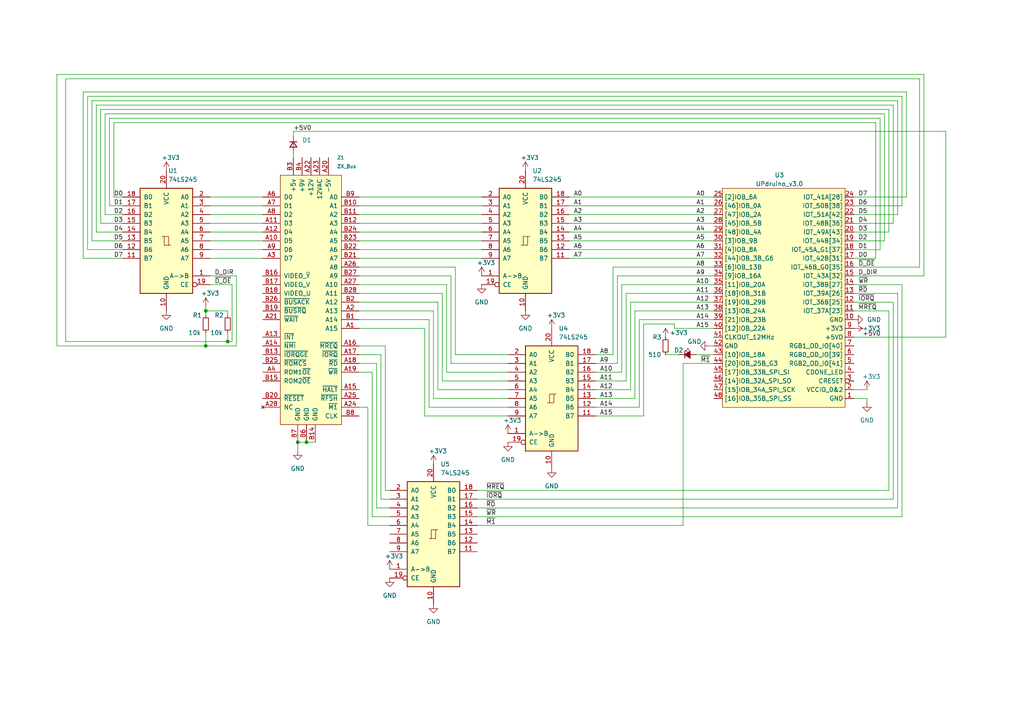
<source format=kicad_sch>
(kicad_sch (version 20211123) (generator eeschema)
  (paper "A4")
  (lib_symbols
    (symbol "74xx:74LS245" (pin_names (offset 1.016))
      (property "Reference" "U" (at -7.62 16.51 0))
      (property "Value" "74LS245" (at -7.62 -16.51 0))
      (symbol "74LS245_1_0"
        (polyline (pts (xy -0.635 -1.27) (xy -0.635 1.27) (xy 0.635 1.27)))
        (polyline (pts (xy -1.27 -1.27) (xy 0.635 -1.27) (xy 0.635 1.27) (xy 1.27 1.27)))
        (pin input line (at -12.7 -10.16 0) (length 5.08) (name "A->B") (number "1"))
        (pin power_in line (at 0 -20.32 90) (length 5.08) (name "GND") (number "10"))
        (pin tri_state line (at 12.7 -5.08 180) (length 5.08) (name "B7") (number "11"))
        (pin tri_state line (at 12.7 -2.54 180) (length 5.08) (name "B6") (number "12"))
        (pin tri_state line (at 12.7 0 180) (length 5.08) (name "B5") (number "13"))
        (pin tri_state line (at 12.7 2.54 180) (length 5.08) (name "B4") (number "14"))
        (pin tri_state line (at 12.7 5.08 180) (length 5.08) (name "B3") (number "15"))
        (pin tri_state line (at 12.7 7.62 180) (length 5.08) (name "B2") (number "16"))
        (pin tri_state line (at 12.7 10.16 180) (length 5.08) (name "B1") (number "17"))
        (pin tri_state line (at 12.7 12.7 180) (length 5.08) (name "B0") (number "18"))
        (pin input inverted (at -12.7 -12.7 0) (length 5.08) (name "CE") (number "19"))
        (pin tri_state line (at -12.7 12.7 0) (length 5.08) (name "A0") (number "2"))
        (pin power_in line (at 0 20.32 270) (length 5.08) (name "VCC") (number "20"))
        (pin tri_state line (at -12.7 10.16 0) (length 5.08) (name "A1") (number "3"))
        (pin tri_state line (at -12.7 7.62 0) (length 5.08) (name "A2") (number "4"))
        (pin tri_state line (at -12.7 5.08 0) (length 5.08) (name "A3") (number "5"))
        (pin tri_state line (at -12.7 2.54 0) (length 5.08) (name "A4") (number "6"))
        (pin tri_state line (at -12.7 0 0) (length 5.08) (name "A5") (number "7"))
        (pin tri_state line (at -12.7 -2.54 0) (length 5.08) (name "A6") (number "8"))
        (pin tri_state line (at -12.7 -5.08 0) (length 5.08) (name "A7") (number "9"))
      )
      (symbol "74LS245_1_1"
        (rectangle (start -7.62 15.24) (end 7.62 -15.24) (stroke (width 0.254)) (fill (type background)))
      )
    )
    (symbol "Device:D_Small" (pin_numbers hide) (pin_names (offset 0.254) hide)
      (property "Reference" "D" (at -1.27 2.032 0))
      (property "Value" "D_Small" (at -3.81 -2.032 0))
      (symbol "D_Small_0_1"
        (polyline (pts (xy -0.762 -1.016) (xy -0.762 1.016)) (stroke (width 0.254)))
        (polyline (pts (xy -0.762 0) (xy 0.762 0)))
        (polyline (pts (xy 0.762 -1.016) (xy -0.762 0) (xy 0.762 1.016) (xy 0.762 -1.016)) (stroke (width 0.254)))
      )
      (symbol "D_Small_1_1"
        (pin passive line (at -2.54 0 0) (length 1.778) (name "K") (number "1"))
        (pin passive line (at 2.54 0 180) (length 1.778) (name "A") (number "2"))
      )
    )
    (symbol "Device:LED_Small_Filled" (pin_numbers hide) (pin_names (offset 0.254) hide)
      (property "Reference" "D" (at -1.27 3.175 0))
      (property "Value" "LED_Small_Filled" (at -4.445 -2.54 0))
      (symbol "LED_Small_Filled_0_1"
        (polyline (pts (xy -0.762 -1.016) (xy -0.762 1.016)) (stroke (width 0.254)))
        (polyline (pts (xy 1.016 0) (xy -0.762 0)))
        (polyline (pts (xy 0.762 -1.016) (xy -0.762 0) (xy 0.762 1.016) (xy 0.762 -1.016)) (stroke (width 0.254)) (fill (type outline)))
        (polyline (pts (xy 0 0.762) (xy -0.508 1.27) (xy -0.254 1.27) (xy -0.508 1.27) (xy -0.508 1.016)))
        (polyline (pts (xy 0.508 1.27) (xy 0 1.778) (xy 0.254 1.778) (xy 0 1.778) (xy 0 1.524)))
      )
      (symbol "LED_Small_Filled_1_1"
        (pin passive line (at -2.54 0 0) (length 1.778) (name "K") (number "1"))
        (pin passive line (at 2.54 0 180) (length 1.778) (name "A") (number "2"))
      )
    )
    (symbol "Device:R_Small" (pin_numbers hide) (pin_names (offset 0.254) hide)
      (property "Reference" "R" (at 0.762 0.508 0))
      (property "Value" "R_Small" (at 0.762 -1.016 0))
      (symbol "R_Small_0_1"
        (rectangle (start -0.762 1.778) (end 0.762 -1.778) (stroke (width 0.2032)))
      )
      (symbol "R_Small_1_1"
        (pin passive line (at 0 2.54 270) (length 0.762) (name "~") (number "1"))
        (pin passive line (at 0 -2.54 90) (length 0.762) (name "~") (number "2"))
      )
    )
    (symbol "level_shifter:UPdruino_v3.0" (in_bom no)
      (property "Reference" "U3" (at -1.27 54.61 0))
      (property "Value" "UPdruino_v3.0" (at -1.27 50.8 0))
      (symbol "UPdruino_v3.0_0_1"
        (rectangle (start -17.78 10.16) (end 17.78 -53.34) (fill (type background)))
      )
      (symbol "UPdruino_v3.0_1_1"
        (pin power_in line (at -20.32 7.62 0) (length 2.54) (name "GND") (number "1"))
        (pin power_in line (at -20.32 -15.24 0) (length 2.54) (name "GND") (number "10"))
        (pin bidirectional line (at -20.32 -17.78 0) (length 2.54) (name "IOT_37A[23]") (number "11"))
        (pin bidirectional line (at -20.32 -20.32 0) (length 2.54) (name "IOT_36B[25]") (number "12"))
        (pin bidirectional line (at -20.32 -22.86 0) (length 2.54) (name "IOT_39A[26]") (number "13"))
        (pin bidirectional line (at -20.32 -25.4 0) (length 2.54) (name "IOT_38B[27]") (number "14"))
        (pin bidirectional line (at -20.32 -27.94 0) (length 2.54) (name "IOT_43A[32]") (number "15"))
        (pin bidirectional line (at -20.32 -30.48 0) (length 2.54) (name "IOT_46B_G0[35]") (number "16"))
        (pin bidirectional line (at -20.32 -33.02 0) (length 2.54) (name "IOT_42B[31]") (number "17"))
        (pin bidirectional line (at -20.32 -35.56 0) (length 2.54) (name "IOT_45A_G1[37]") (number "18"))
        (pin bidirectional line (at -20.32 -38.1 0) (length 2.54) (name "IOT_44B[34]") (number "19"))
        (pin power_in line (at -20.32 5.08 0) (length 2.54) (name "VCCIO_0&2") (number "2"))
        (pin bidirectional line (at -20.32 -40.64 0) (length 2.54) (name "IOT_49A[43]") (number "20"))
        (pin bidirectional line (at -20.32 -43.18 0) (length 2.54) (name "IOT_48B[36]") (number "21"))
        (pin bidirectional line (at -20.32 -45.72 0) (length 2.54) (name "IOT_51A[42]") (number "22"))
        (pin bidirectional line (at -20.32 -48.26 0) (length 2.54) (name "IOT_50B[38]") (number "23"))
        (pin bidirectional line (at -20.32 -50.8 0) (length 2.54) (name "IOT_41A[28]") (number "24"))
        (pin bidirectional line (at 20.32 -50.8 180) (length 2.54) (name "[2]IOB_6A") (number "25"))
        (pin bidirectional line (at 20.32 -48.26 180) (length 2.54) (name "[46]IOB_0A") (number "26"))
        (pin bidirectional line (at 20.32 -45.72 180) (length 2.54) (name "[47]IOB_2A") (number "27"))
        (pin bidirectional line (at 20.32 -43.18 180) (length 2.54) (name "[45]IOB_5B") (number "28"))
        (pin bidirectional line (at 20.32 -40.64 180) (length 2.54) (name "[48]IOB_4A") (number "29"))
        (pin input inverted (at -20.32 2.54 0) (length 2.54) (name "CRESET") (number "3"))
        (pin bidirectional line (at 20.32 -38.1 180) (length 2.54) (name "[3]IOB_9B") (number "30"))
        (pin bidirectional line (at 20.32 -35.56 180) (length 2.54) (name "[4]IOB_8A") (number "31"))
        (pin bidirectional line (at 20.32 -33.02 180) (length 2.54) (name "[44]IOB_3B_G6") (number "32"))
        (pin bidirectional line (at 20.32 -30.48 180) (length 2.54) (name "[6]IOB_13B") (number "33"))
        (pin bidirectional line (at 20.32 -27.94 180) (length 2.54) (name "[9]IOB_16A") (number "34"))
        (pin bidirectional line (at 20.32 -25.4 180) (length 2.54) (name "[11]IOB_20A") (number "35"))
        (pin bidirectional line (at 20.32 -22.86 180) (length 2.54) (name "[18]IOB_31B") (number "36"))
        (pin bidirectional line (at 20.32 -20.32 180) (length 2.54) (name "[19]IOB_29B") (number "37"))
        (pin bidirectional line (at 20.32 -17.78 180) (length 2.54) (name "[13]IOB_24A") (number "38"))
        (pin bidirectional line (at 20.32 -15.24 180) (length 2.54) (name "[21]IOB_23B") (number "39"))
        (pin output line (at -20.32 0 0) (length 2.54) (name "CDONE_LED") (number "4"))
        (pin bidirectional line (at 20.32 -12.7 180) (length 2.54) (name "[12]IOB_22A") (number "40"))
        (pin output line (at 20.32 -10.16 180) (length 2.54) (name "CLKOUT_12MHz") (number "41"))
        (pin power_in line (at 20.32 -7.62 180) (length 2.54) (name "GND") (number "42"))
        (pin bidirectional line (at 20.32 -5.08 180) (length 2.54) (name "[10]IOB_18A") (number "43"))
        (pin bidirectional line (at 20.32 -2.54 180) (length 2.54) (name "[20]IOB_25B_G3") (number "44"))
        (pin bidirectional line (at 20.32 0 180) (length 2.54) (name "[17]IOB_33B_SPI_SI") (number "45"))
        (pin bidirectional line (at 20.32 2.54 180) (length 2.54) (name "[14]IOB_32A_SPI_SO") (number "46"))
        (pin bidirectional line (at 20.32 5.08 180) (length 2.54) (name "[15]IOB_34A_SPI_SCK") (number "47"))
        (pin bidirectional line (at 20.32 7.62 180) (length 2.54) (name "[16]IOB_35B_SPI_SS") (number "48"))
        (pin bidirectional line (at -20.32 -2.54 0) (length 2.54) (name "RGB2_OD_IO[41]") (number "5"))
        (pin bidirectional line (at -20.32 -5.08 0) (length 2.54) (name "RGB0_OD_IO[39]") (number "6"))
        (pin bidirectional line (at -20.32 -7.62 0) (length 2.54) (name "RGB1_OD_IO[40]") (number "7"))
        (pin power_in line (at -20.32 -10.16 0) (length 2.54) (name "+5VD") (number "8"))
        (pin power_out line (at -20.32 -12.7 0) (length 2.54) (name "+3V3") (number "9"))
      )
    )
    (symbol "level_shifter:ZX_Bus" (pin_names (offset 1.016))
      (property "Reference" "Z1" (at 7.62 60.96 0))
      (property "Value" "ZX_Bus" (at 6.35 58.42 0))
      (symbol "ZX_Bus_0_0"
        (rectangle (start 0 82.55) (end 17.78 10.16) (fill (type background)))
      )
      (symbol "ZX_Bus_1_1"
        (pin output line (at -5.08 38.1 0) (length 5.08) (name "A15") (number "A1"))
        (pin bidirectional line (at 22.86 63.5 180) (length 5.08) (name "D5") (number "A10"))
        (pin bidirectional line (at 22.86 68.58 180) (length 5.08) (name "D3") (number "A11"))
        (pin bidirectional line (at 22.86 66.04 180) (length 5.08) (name "D4") (number "A12"))
        (pin input line (at 22.86 35.56 180) (length 5.08) (name "~{INT}") (number "A13"))
        (pin input line (at 22.86 33.02 180) (length 5.08) (name "~{NMI}") (number "A14"))
        (pin output line (at -5.08 20.32 0) (length 5.08) (name "~{HALT}") (number "A15"))
        (pin output line (at -5.08 33.02 0) (length 5.08) (name "~{MREQ}") (number "A16"))
        (pin output line (at -5.08 30.48 0) (length 5.08) (name "~{IORQ}") (number "A17"))
        (pin output line (at -5.08 27.94 0) (length 5.08) (name "~{RD}") (number "A18"))
        (pin output line (at -5.08 25.4 0) (length 5.08) (name "~{WR}") (number "A19"))
        (pin output line (at -5.08 43.18 0) (length 5.08) (name "A13") (number "A2"))
        (pin power_out line (at 3.81 87.63 270) (length 5.08) (name "-5V") (number "A20"))
        (pin input line (at 22.86 40.64 180) (length 5.08) (name "~{WAIT}") (number "A21"))
        (pin power_out line (at 8.89 87.63 270) (length 5.08) (name "+12V") (number "A22"))
        (pin power_out line (at 6.35 87.63 270) (length 5.08) (name "12VAC") (number "A23"))
        (pin output line (at -5.08 15.24 0) (length 5.08) (name "~{M1}") (number "A24"))
        (pin output line (at -5.08 17.78 0) (length 5.08) (name "~{RFSH}") (number "A25"))
        (pin output line (at -5.08 55.88 0) (length 5.08) (name "A8") (number "A26"))
        (pin output line (at -5.08 50.8 0) (length 5.08) (name "A10") (number "A27"))
        (pin no_connect line (at 22.86 15.24 180) (length 5.08) (name "NC") (number "A28"))
        (pin bidirectional line (at 22.86 58.42 180) (length 5.08) (name "D7") (number "A3"))
        (pin input line (at 22.86 25.4 180) (length 5.08) (name "ROM1~{OE}") (number "A4"))
        (pin bidirectional line (at 22.86 76.2 180) (length 5.08) (name "D0") (number "A6"))
        (pin bidirectional line (at 22.86 73.66 180) (length 5.08) (name "D1") (number "A7"))
        (pin bidirectional line (at 22.86 71.12 180) (length 5.08) (name "D2") (number "A8"))
        (pin bidirectional line (at 22.86 60.96 180) (length 5.08) (name "D6") (number "A9"))
        (pin output line (at -5.08 40.64 0) (length 5.08) (name "A14") (number "B1"))
        (pin output line (at -5.08 73.66 0) (length 5.08) (name "A1") (number "B10"))
        (pin output line (at -5.08 71.12 0) (length 5.08) (name "A2") (number "B11"))
        (pin output line (at -5.08 68.58 0) (length 5.08) (name "A3") (number "B12"))
        (pin input line (at 22.86 30.48 180) (length 5.08) (name "~{IORQGE}") (number "B13"))
        (pin power_in line (at 7.62 5.08 90) (length 5.08) (name "GND") (number "B14"))
        (pin input line (at 22.86 22.86 180) (length 5.08) (name "ROM2~{OE}") (number "B15"))
        (pin output line (at 22.86 53.34 180) (length 5.08) (name "VIDEO_~{Y}") (number "B16"))
        (pin output line (at 22.86 50.8 180) (length 5.08) (name "VIDEO_V") (number "B17"))
        (pin output line (at 22.86 48.26 180) (length 5.08) (name "VIDEO_U") (number "B18"))
        (pin input line (at 22.86 43.18 180) (length 5.08) (name "~{BUSRQ}") (number "B19"))
        (pin output line (at -5.08 45.72 0) (length 5.08) (name "A12") (number "B2"))
        (pin input line (at 22.86 17.78 180) (length 5.08) (name "~{RESET}") (number "B20"))
        (pin output line (at -5.08 58.42 0) (length 5.08) (name "A7") (number "B21"))
        (pin output line (at -5.08 60.96 0) (length 5.08) (name "A6") (number "B22"))
        (pin output line (at -5.08 63.5 0) (length 5.08) (name "A5") (number "B23"))
        (pin output line (at -5.08 66.04 0) (length 5.08) (name "A4") (number "B24"))
        (pin input line (at 22.86 27.94 180) (length 5.08) (name "~{ROMCS}") (number "B25"))
        (pin output line (at 22.86 45.72 180) (length 5.08) (name "~{BUSACK}") (number "B26"))
        (pin output line (at -5.08 53.34 0) (length 5.08) (name "A9") (number "B27"))
        (pin output line (at -5.08 48.26 0) (length 5.08) (name "A11") (number "B28"))
        (pin power_out line (at 13.97 87.63 270) (length 5.08) (name "+5v") (number "B3"))
        (pin power_out line (at 11.43 87.63 270) (length 5.08) (name "+9V") (number "B4"))
        (pin power_out line (at 10.16 5.08 90) (length 5.08) (name "GND") (number "B6"))
        (pin power_in line (at 12.7 5.08 90) (length 5.08) (name "GND") (number "B7"))
        (pin output line (at -5.08 12.7 0) (length 5.08) (name "CLK") (number "B8"))
        (pin output line (at -5.08 76.2 0) (length 5.08) (name "A0") (number "B9"))
      )
    )
    (symbol "power:+3V3" (power) (pin_names (offset 0))
      (property "Value" "+3V3" (at 0 3.556 0))
      (symbol "+3V3_0_1"
        (polyline (pts (xy -0.762 1.27) (xy 0 2.54)))
        (polyline (pts (xy 0 0) (xy 0 2.54)))
        (polyline (pts (xy 0 2.54) (xy 0.762 1.27)))
      )
      (symbol "+3V3_1_1"
        (pin power_in line (at 0 0 90) (length 0) hide (name "+3V3") (number "1"))
      )
    )
    (symbol "power:GND" (power) (pin_names (offset 0))
      (property "Value" "GND" (at 0 -3.81 0))
      (symbol "GND_0_1"
        (polyline (pts (xy 0 0) (xy 0 -1.27) (xy 1.27 -1.27) (xy 0 -2.54) (xy -1.27 -1.27) (xy 0 -1.27)))
      )
      (symbol "GND_1_1"
        (pin power_in line (at 0 0 270) (length 0) hide (name "GND") (number "1"))
      )
    )
  )
  (junction (at 59.69 90.17))
  (junction (at 88.9 128.27))
  (junction (at 86.36 128.27))
  (junction (at 59.69 100.33))
  (junction (at 66.04 99.06))
  (wire (pts (xy 130.81 80.01) (xy 104.14 80.01)))
  (wire (pts (xy 104.14 105.41) (xy 109.22 105.41)))
  (wire (pts (xy 172.72 118.11) (xy 185.42 118.11)))
  (wire (pts (xy 67.31 99.06) (xy 66.04 99.06)))
  (wire (pts (xy 107.95 107.95) (xy 107.95 149.86)))
  (wire (pts (xy 207.01 100.33) (xy 205.74 100.33)))
  (wire (pts (xy 60.96 64.77) (xy 76.2 64.77)))
  (wire (pts (xy 104.14 118.11) (xy 106.68 118.11)))
  (wire (pts (xy 104.14 85.09) (xy 128.27 85.09)))
  (wire (pts (xy 104.14 59.69) (xy 139.7 59.69)))
  (wire (pts (xy 19.05 22.86) (xy 266.7 22.86)))
  (wire (pts (xy 179.07 80.01) (xy 207.01 80.01)))
  (wire (pts (xy 60.96 62.23) (xy 76.2 62.23)))
  (wire (pts (xy 85.09 44.45) (xy 85.09 45.72)))
  (wire (pts (xy 165.1 74.93) (xy 207.01 74.93)))
  (wire (pts (xy 30.48 33.02) (xy 256.54 33.02)))
  (wire (pts (xy 247.65 62.23) (xy 260.35 62.23)))
  (wire (pts (xy 261.62 149.86) (xy 261.62 82.55)))
  (wire (pts (xy 106.68 152.4) (xy 113.03 152.4)))
  (wire (pts (xy 31.75 59.69) (xy 31.75 34.29)))
  (wire (pts (xy 181.61 110.49) (xy 181.61 85.09)))
  (wire (pts (xy 247.65 113.03) (xy 251.46 113.03)))
  (wire (pts (xy 177.8 102.87) (xy 177.8 77.47)))
  (wire (pts (xy 60.96 74.93) (xy 76.2 74.93)))
  (wire (pts (xy 180.34 82.55) (xy 207.01 82.55)))
  (wire (pts (xy 29.21 31.75) (xy 257.81 31.75)))
  (wire (pts (xy 138.43 144.78) (xy 259.08 144.78)))
  (wire (pts (xy 59.69 88.9) (xy 59.69 90.17)))
  (wire (pts (xy 104.14 107.95) (xy 107.95 107.95)))
  (wire (pts (xy 60.96 57.15) (xy 76.2 57.15)))
  (wire (pts (xy 165.1 59.69) (xy 207.01 59.69)))
  (wire (pts (xy 247.65 57.15) (xy 262.89 57.15)))
  (wire (pts (xy 257.81 142.24) (xy 257.81 90.17)))
  (wire (pts (xy 172.72 120.65) (xy 186.69 120.65)))
  (wire (pts (xy 195.58 93.98) (xy 195.58 95.25)))
  (wire (pts (xy 172.72 105.41) (xy 179.07 105.41)))
  (wire (pts (xy 172.72 110.49) (xy 181.61 110.49)))
  (wire (pts (xy 247.65 97.79) (xy 274.32 97.79)))
  (wire (pts (xy 104.14 77.47) (xy 132.08 77.47)))
  (wire (pts (xy 147.32 105.41) (xy 130.81 105.41)))
  (wire (pts (xy 66.04 96.52) (xy 66.04 99.06)))
  (wire (pts (xy 111.76 100.33) (xy 111.76 142.24)))
  (wire (pts (xy 184.15 90.17) (xy 207.01 90.17)))
  (wire (pts (xy 259.08 87.63) (xy 247.65 87.63)))
  (wire (pts (xy 182.88 87.63) (xy 207.01 87.63)))
  (wire (pts (xy 165.1 64.77) (xy 207.01 64.77)))
  (wire (pts (xy 247.65 67.31) (xy 257.81 67.31)))
  (wire (pts (xy 88.9 128.27) (xy 91.44 128.27)))
  (wire (pts (xy 104.14 64.77) (xy 139.7 64.77)))
  (wire (pts (xy 60.96 67.31) (xy 76.2 67.31)))
  (wire (pts (xy 185.42 92.71) (xy 207.01 92.71)))
  (wire (pts (xy 185.42 118.11) (xy 185.42 92.71)))
  (wire (pts (xy 260.35 29.21) (xy 260.35 62.23)))
  (wire (pts (xy 247.65 59.69) (xy 261.62 59.69)))
  (wire (pts (xy 60.96 72.39) (xy 76.2 72.39)))
  (wire (pts (xy 186.69 93.98) (xy 186.69 120.65)))
  (wire (pts (xy 35.56 57.15) (xy 33.02 57.15)))
  (wire (pts (xy 124.46 118.11) (xy 147.32 118.11)))
  (wire (pts (xy 138.43 152.4) (xy 198.12 152.4)))
  (wire (pts (xy 172.72 113.03) (xy 182.88 113.03)))
  (wire (pts (xy 25.4 27.94) (xy 261.62 27.94)))
  (wire (pts (xy 35.56 67.31) (xy 27.94 67.31)))
  (wire (pts (xy 260.35 85.09) (xy 247.65 85.09)))
  (wire (pts (xy 33.02 35.56) (xy 254 35.56)))
  (wire (pts (xy 124.46 92.71) (xy 124.46 118.11)))
  (wire (pts (xy 30.48 62.23) (xy 30.48 33.02)))
  (wire (pts (xy 104.14 95.25) (xy 123.19 95.25)))
  (wire (pts (xy 24.13 26.67) (xy 262.89 26.67)))
  (wire (pts (xy 104.14 57.15) (xy 139.7 57.15)))
  (wire (pts (xy 172.72 102.87) (xy 177.8 102.87)))
  (wire (pts (xy 109.22 105.41) (xy 109.22 147.32)))
  (wire (pts (xy 67.31 82.55) (xy 60.96 82.55)))
  (wire (pts (xy 198.12 105.41) (xy 198.12 152.4)))
  (wire (pts (xy 66.04 91.44) (xy 66.04 90.17)))
  (wire (pts (xy 132.08 102.87) (xy 147.32 102.87)))
  (wire (pts (xy 247.65 72.39) (xy 255.27 72.39)))
  (wire (pts (xy 60.96 69.85) (xy 76.2 69.85)))
  (wire (pts (xy 111.76 142.24) (xy 113.03 142.24)))
  (wire (pts (xy 247.65 64.77) (xy 259.08 64.77)))
  (wire (pts (xy 68.58 100.33) (xy 59.69 100.33)))
  (wire (pts (xy 138.43 147.32) (xy 260.35 147.32)))
  (wire (pts (xy 181.61 85.09) (xy 207.01 85.09)))
  (wire (pts (xy 125.73 115.57) (xy 147.32 115.57)))
  (wire (pts (xy 267.97 21.59) (xy 267.97 80.01)))
  (wire (pts (xy 247.65 69.85) (xy 256.54 69.85)))
  (wire (pts (xy 260.35 147.32) (xy 260.35 85.09)))
  (wire (pts (xy 274.32 38.1) (xy 85.09 38.1)))
  (wire (pts (xy 26.67 69.85) (xy 26.67 29.21)))
  (wire (pts (xy 67.31 82.55) (xy 67.31 99.06)))
  (wire (pts (xy 27.94 67.31) (xy 27.94 30.48)))
  (wire (pts (xy 35.56 62.23) (xy 30.48 62.23)))
  (wire (pts (xy 35.56 64.77) (xy 29.21 64.77)))
  (wire (pts (xy 261.62 82.55) (xy 247.65 82.55)))
  (wire (pts (xy 86.36 128.27) (xy 88.9 128.27)))
  (wire (pts (xy 130.81 105.41) (xy 130.81 80.01)))
  (wire (pts (xy 110.49 102.87) (xy 110.49 144.78)))
  (wire (pts (xy 104.14 90.17) (xy 125.73 90.17)))
  (wire (pts (xy 251.46 115.57) (xy 247.65 115.57)))
  (wire (pts (xy 125.73 90.17) (xy 125.73 115.57)))
  (wire (pts (xy 66.04 99.06) (xy 19.05 99.06)))
  (wire (pts (xy 129.54 82.55) (xy 129.54 107.95)))
  (wire (pts (xy 16.51 100.33) (xy 16.51 21.59)))
  (wire (pts (xy 123.19 95.25) (xy 123.19 120.65)))
  (wire (pts (xy 261.62 27.94) (xy 261.62 59.69)))
  (wire (pts (xy 128.27 85.09) (xy 128.27 110.49)))
  (wire (pts (xy 186.69 93.98) (xy 195.58 93.98)))
  (wire (pts (xy 266.7 77.47) (xy 247.65 77.47)))
  (wire (pts (xy 165.1 69.85) (xy 207.01 69.85)))
  (wire (pts (xy 104.14 87.63) (xy 127 87.63)))
  (wire (pts (xy 16.51 21.59) (xy 267.97 21.59)))
  (wire (pts (xy 19.05 99.06) (xy 19.05 22.86)))
  (wire (pts (xy 68.58 80.01) (xy 68.58 100.33)))
  (wire (pts (xy 26.67 29.21) (xy 260.35 29.21)))
  (wire (pts (xy 165.1 62.23) (xy 207.01 62.23)))
  (wire (pts (xy 256.54 33.02) (xy 256.54 69.85)))
  (wire (pts (xy 165.1 67.31) (xy 207.01 67.31)))
  (wire (pts (xy 180.34 107.95) (xy 180.34 82.55)))
  (wire (pts (xy 123.19 120.65) (xy 147.32 120.65)))
  (wire (pts (xy 31.75 34.29) (xy 255.27 34.29)))
  (wire (pts (xy 128.27 110.49) (xy 147.32 110.49)))
  (wire (pts (xy 255.27 34.29) (xy 255.27 72.39)))
  (wire (pts (xy 201.93 102.87) (xy 207.01 102.87)))
  (wire (pts (xy 198.12 105.41) (xy 207.01 105.41)))
  (wire (pts (xy 59.69 90.17) (xy 59.69 91.44)))
  (wire (pts (xy 104.14 62.23) (xy 139.7 62.23)))
  (wire (pts (xy 193.04 102.87) (xy 196.85 102.87)))
  (wire (pts (xy 35.56 59.69) (xy 31.75 59.69)))
  (wire (pts (xy 104.14 69.85) (xy 139.7 69.85)))
  (wire (pts (xy 247.65 74.93) (xy 254 74.93)))
  (wire (pts (xy 262.89 26.67) (xy 262.89 57.15)))
  (wire (pts (xy 172.72 115.57) (xy 184.15 115.57)))
  (wire (pts (xy 60.96 59.69) (xy 76.2 59.69)))
  (wire (pts (xy 104.14 67.31) (xy 139.7 67.31)))
  (wire (pts (xy 85.09 38.1) (xy 85.09 39.37)))
  (wire (pts (xy 257.81 31.75) (xy 257.81 67.31)))
  (wire (pts (xy 66.04 90.17) (xy 59.69 90.17)))
  (wire (pts (xy 104.14 72.39) (xy 139.7 72.39)))
  (wire (pts (xy 59.69 96.52) (xy 59.69 100.33)))
  (wire (pts (xy 132.08 77.47) (xy 132.08 102.87)))
  (wire (pts (xy 35.56 72.39) (xy 25.4 72.39)))
  (wire (pts (xy 33.02 57.15) (xy 33.02 35.56)))
  (wire (pts (xy 165.1 72.39) (xy 207.01 72.39)))
  (wire (pts (xy 104.14 102.87) (xy 110.49 102.87)))
  (wire (pts (xy 177.8 77.47) (xy 207.01 77.47)))
  (wire (pts (xy 35.56 69.85) (xy 26.67 69.85)))
  (wire (pts (xy 27.94 30.48) (xy 259.08 30.48)))
  (wire (pts (xy 29.21 64.77) (xy 29.21 31.75)))
  (wire (pts (xy 259.08 30.48) (xy 259.08 64.77)))
  (wire (pts (xy 138.43 149.86) (xy 261.62 149.86)))
  (wire (pts (xy 25.4 72.39) (xy 25.4 27.94)))
  (wire (pts (xy 127 113.03) (xy 147.32 113.03)))
  (wire (pts (xy 184.15 115.57) (xy 184.15 90.17)))
  (wire (pts (xy 129.54 107.95) (xy 147.32 107.95)))
  (wire (pts (xy 266.7 22.86) (xy 266.7 77.47)))
  (wire (pts (xy 165.1 57.15) (xy 207.01 57.15)))
  (wire (pts (xy 251.46 116.84) (xy 251.46 115.57)))
  (wire (pts (xy 257.81 90.17) (xy 247.65 90.17)))
  (wire (pts (xy 24.13 74.93) (xy 24.13 26.67)))
  (wire (pts (xy 267.97 80.01) (xy 247.65 80.01)))
  (wire (pts (xy 60.96 80.01) (xy 68.58 80.01)))
  (wire (pts (xy 59.69 100.33) (xy 16.51 100.33)))
  (wire (pts (xy 104.14 92.71) (xy 124.46 92.71)))
  (wire (pts (xy 138.43 142.24) (xy 257.81 142.24)))
  (wire (pts (xy 104.14 82.55) (xy 129.54 82.55)))
  (wire (pts (xy 86.36 128.27) (xy 86.36 130.81)))
  (wire (pts (xy 104.14 100.33) (xy 111.76 100.33)))
  (wire (pts (xy 106.68 118.11) (xy 106.68 152.4)))
  (wire (pts (xy 195.58 95.25) (xy 207.01 95.25)))
  (wire (pts (xy 110.49 144.78) (xy 113.03 144.78)))
  (wire (pts (xy 127 87.63) (xy 127 113.03)))
  (wire (pts (xy 274.32 97.79) (xy 274.32 38.1)))
  (wire (pts (xy 35.56 74.93) (xy 24.13 74.93)))
  (wire (pts (xy 182.88 113.03) (xy 182.88 87.63)))
  (wire (pts (xy 109.22 147.32) (xy 113.03 147.32)))
  (wire (pts (xy 104.14 74.93) (xy 139.7 74.93)))
  (wire (pts (xy 259.08 144.78) (xy 259.08 87.63)))
  (wire (pts (xy 179.07 105.41) (xy 179.07 80.01)))
  (wire (pts (xy 172.72 107.95) (xy 180.34 107.95)))
  (wire (pts (xy 107.95 149.86) (xy 113.03 149.86)))
  (wire (pts (xy 254 35.56) (xy 254 74.93)))
  (label "A2" (at 201.93 62.23 0))
  (label "A5" (at 166.37 69.85 0))
  (label "D2" (at 33.02 62.23 0))
  (label "A10" (at 201.93 82.55 0))
  (label "A4" (at 166.37 67.31 0))
  (label "A1" (at 166.37 59.69 0))
  (label "D7" (at 248.92 57.15 0))
  (label "A3" (at 201.93 64.77 0))
  (label "A4" (at 201.93 67.31 0))
  (label "D4" (at 248.92 64.77 0))
  (label "D6" (at 33.02 72.39 0))
  (label "A14" (at 201.93 92.71 0))
  (label "~{D_OE}" (at 62.23 82.55 0))
  (label "D1" (at 33.02 59.69 0))
  (label "A2" (at 166.37 62.23 0))
  (label "A9" (at 201.93 80.01 0))
  (label "A13" (at 173.99 115.57 0))
  (label "A15" (at 201.93 95.25 0))
  (label "A11" (at 173.99 110.49 0))
  (label "~{IORQ}" (at 140.97 144.78 0))
  (label "D5" (at 33.02 69.85 0))
  (label "~{RD}" (at 140.97 147.32 0))
  (label "~{D_OE}" (at 248.92 77.47 0))
  (label "A0" (at 166.37 57.15 0))
  (label "D0" (at 33.02 57.15 0))
  (label "A13" (at 201.93 90.17 0))
  (label "D5" (at 248.92 62.23 0))
  (label "D_DIR" (at 62.23 80.01 0))
  (label "A14" (at 173.99 118.11 0))
  (label "D3" (at 248.92 67.31 0))
  (label "A1" (at 201.93 59.69 0))
  (label "+5V0" (at 250.19 97.79 0))
  (label "~{IORQ}" (at 248.92 87.63 0))
  (label "~{M1}" (at 203.2 105.41 0))
  (label "A12" (at 173.99 113.03 0))
  (label "D4" (at 33.02 67.31 0))
  (label "~{WR}" (at 140.97 149.86 0))
  (label "A6" (at 201.93 72.39 0))
  (label "~{MREQ}" (at 140.97 142.24 0))
  (label "D1" (at 248.92 72.39 0))
  (label "D2" (at 248.92 69.85 0))
  (label "D7" (at 33.02 74.93 0))
  (label "+5V0" (at 85.09 38.1 0))
  (label "A9" (at 173.99 105.41 0))
  (label "A6" (at 166.37 72.39 0))
  (label "A8" (at 201.93 77.47 0))
  (label "D_DIR" (at 248.92 80.01 0))
  (label "A7" (at 166.37 74.93 0))
  (label "A3" (at 166.37 64.77 0))
  (label "~{M1}" (at 140.97 152.4 0))
  (label "D3" (at 33.02 64.77 0))
  (label "A5" (at 201.93 69.85 0))
  (label "~{RD}" (at 248.92 85.09 0))
  (label "D6" (at 248.92 59.69 0))
  (label "A15" (at 173.99 120.65 0))
  (label "A0" (at 201.93 57.15 0))
  (label "A11" (at 201.93 85.09 0))
  (label "~{WR}" (at 248.92 82.55 0))
  (label "A8" (at 173.99 102.87 0))
  (label "A10" (at 173.99 107.95 0))
  (label "A7" (at 201.93 74.93 0))
  (label "~{MREQ}" (at 248.92 90.17 0))
  (label "A12" (at 201.93 87.63 0))
  (label "D0" (at 248.92 74.93 0))
  (symbol (lib_id "power:+3V3") (at 193.04 97.79 0) (unit 1)
    (property "Reference" "#PWR011" (effects hide))
    (property "Value" "+3V3" (at 196.85 96.52 0))
  )
  (symbol (lib_id "power:GND") (at 113.03 167.64 0) (unit 1)
    (property "Reference" "#PWR021" (effects hide))
    (property "Value" "GND" (at 113.03 172.72 0))
  )
  (symbol (lib_id "power:GND") (at 86.36 130.81 0) (unit 1)
    (property "Reference" "#PWR017" (effects hide))
    (property "Value" "GND" (at 86.36 135.89 0))
  )
  (symbol (lib_id "power:GND") (at 125.73 175.26 0) (unit 1)
    (property "Reference" "#PWR022" (effects hide))
    (property "Value" "GND" (at 125.73 180.34 0))
  )
  (symbol (lib_id "power:+3V3") (at 147.32 125.73 0) (unit 1)
    (property "Reference" "#PWR015" (effects hide))
    (property "Value" "+3V3" (at 148.59 121.92 0))
  )
  (symbol (lib_id "Device:R_Small") (at 66.04 93.98 0) (unit 1)
    (property "Reference" "R2" (at 62.23 91.44 0) (effects (justify left)))
    (property "Value" "10k" (at 60.96 96.52 0) (effects (justify left)))
  )
  (symbol (lib_id "power:+3V3") (at 247.65 95.25 270) (unit 1)
    (property "Reference" "#PWR010" (effects hide))
    (property "Value" "+3V3" (at 252.73 95.25 90))
  )
  (symbol (lib_id "power:GND") (at 251.46 116.84 0) (unit 1)
    (property "Reference" "#PWR014" (effects hide))
    (property "Value" "GND" (at 251.46 121.92 0))
  )
  (symbol (lib_id "Device:R_Small") (at 193.04 100.33 0) (unit 1)
    (property "Reference" "R3" (at 189.23 97.79 0) (effects (justify left)))
    (property "Value" "510" (at 187.96 102.87 0) (effects (justify left)))
  )
  (symbol (lib_id "power:+3V3") (at 160.02 95.25 0) (unit 1)
    (property "Reference" "#PWR09" (effects hide))
    (property "Value" "+3V3" (at 161.29 91.44 0))
  )
  (symbol (lib_id "74xx:74LS245") (at 152.4 69.85 0) (unit 1)
    (property "Reference" "U2" (at 154.4194 49.53 0) (effects (justify left)))
    (property "Value" "74LS245" (at 154.4194 52.07 0) (effects (justify left)))
    (property "Datasheet" "http://www.ti.com/lit/gpn/sn74LS245" (effects hide))
  )
  (symbol (lib_id "Device:R_Small") (at 59.69 93.98 0) (unit 1)
    (property "Reference" "R1" (at 55.88 91.44 0) (effects (justify left)))
    (property "Value" "10k" (at 54.61 96.52 0) (effects (justify left)))
  )
  (symbol (lib_id "power:+3V3") (at 152.4 49.53 0) (unit 1)
    (property "Reference" "#PWR02" (effects hide))
    (property "Value" "+3V3" (at 153.67 45.72 0))
  )
  (symbol (lib_id "power:GND") (at 205.74 100.33 270) (unit 1)
    (property "Reference" "#PWR012" (effects hide))
    (property "Value" "GND" (at 199.39 99.06 90) (effects (justify left)))
  )
  (symbol (lib_id "Device:D_Small") (at 85.09 41.91 270) (unit 1)
    (property "Reference" "D1" (at 87.63 40.6399 90) (effects (justify left)))
    (property "Value" "D_Small" (effects hide))
  )
  (symbol (lib_id "level_shifter:ZX_Bus") (at 99.06 133.35 0) (mirror y) (unit 1)
    (property "Reference" "Z1" (at 97.79 45.72 0) (effects (font (size 0.9906 0.9906)) (justify right)))
    (property "Value" "ZX_Bus" (at 97.79 48.26 0) (effects (font (size 0.9906 0.9906)) (justify right)))
    (property "Footprint" "zxbus:ZX_Bus_Edge_Connector" (effects hide))
  )
  (symbol (lib_id "74xx:74LS245") (at 125.73 154.94 0) (unit 1)
    (property "Reference" "U5" (at 127.7494 134.62 0) (effects (justify left)))
    (property "Value" "74LS245" (at 127.7494 137.16 0) (effects (justify left)))
    (property "Datasheet" "http://www.ti.com/lit/gpn/sn74LS245" (effects hide))
  )
  (symbol (lib_id "power:+3V3") (at 139.7 80.01 0) (unit 1)
    (property "Reference" "#PWR03" (effects hide))
    (property "Value" "+3V3" (at 140.97 76.2 0))
  )
  (symbol (lib_id "Device:LED_Small_Filled") (at 199.39 102.87 0) (unit 1)
    (property "Reference" "D2" (at 196.85 101.6 0))
    (property "Value" "LED_Small_Filled" (effects hide))
  )
  (symbol (lib_id "74xx:74LS245") (at 48.26 69.85 0) (mirror y) (unit 1)
    (property "Reference" "U1" (at 48.7806 49.53 0) (effects (justify right)))
    (property "Value" "74LS245" (at 48.7806 52.07 0) (effects (justify right)))
    (property "Datasheet" "http://www.ti.com/lit/gpn/sn74LS245" (effects hide))
  )
  (symbol (lib_id "power:+3V3") (at 113.03 165.1 0) (unit 1)
    (property "Reference" "#PWR020" (effects hide))
    (property "Value" "+3V3" (at 114.3 161.29 0))
  )
  (symbol (lib_id "74xx:74LS245") (at 160.02 115.57 0) (unit 1)
    (property "Reference" "U4" (at 162.0394 95.25 0) (effects (justify left)))
    (property "Value" "74LS245" (at 162.0394 97.79 0) (effects (justify left)))
    (property "Datasheet" "http://www.ti.com/lit/gpn/sn74LS245" (effects hide))
  )
  (symbol (lib_id "power:GND") (at 139.7 82.55 0) (unit 1)
    (property "Reference" "#PWR04" (effects hide))
    (property "Value" "GND" (at 139.7 87.63 0))
  )
  (symbol (lib_id "power:GND") (at 247.65 92.71 90) (unit 1)
    (property "Reference" "#PWR08" (effects hide))
    (property "Value" "GND" (at 251.46 92.7099 90) (effects (justify right)))
  )
  (symbol (lib_id "level_shifter:UPdruino_v3.0") (at 227.33 107.95 180) (unit 1) (in_bom no)
    (property "Reference" "U3" (at 226.06 50.8 0))
    (property "Value" "UPdruino_v3.0" (at 226.06 53.34 0))
  )
  (symbol (lib_id "power:GND") (at 152.4 90.17 0) (unit 1)
    (property "Reference" "#PWR07" (effects hide))
    (property "Value" "GND" (at 152.4 95.25 0))
  )
  (symbol (lib_id "power:+3V3") (at 251.46 113.03 0) (unit 1)
    (property "Reference" "#PWR013" (effects hide))
    (property "Value" "+3V3" (at 252.73 109.22 0))
  )
  (symbol (lib_id "power:GND") (at 160.02 135.89 0) (unit 1)
    (property "Reference" "#PWR019" (effects hide))
    (property "Value" "GND" (at 160.02 140.97 0))
  )
  (symbol (lib_id "power:+3V3") (at 125.73 134.62 0) (unit 1)
    (property "Reference" "#PWR018" (effects hide))
    (property "Value" "+3V3" (at 127 130.81 0))
  )
  (symbol (lib_id "power:+3V3") (at 59.69 88.9 0) (unit 1)
    (property "Reference" "#PWR05" (effects hide))
    (property "Value" "+3V3" (at 60.96 85.09 0))
  )
  (symbol (lib_id "power:GND") (at 48.26 90.17 0) (unit 1)
    (property "Reference" "#PWR06" (effects hide))
    (property "Value" "GND" (at 48.26 95.25 0))
  )
  (symbol (lib_id "power:+3V3") (at 48.26 49.53 0) (unit 1)
    (property "Reference" "#PWR01" (effects hide))
    (property "Value" "+3V3" (at 49.53 45.72 0))
  )
  (symbol (lib_id "power:GND") (at 147.32 128.27 0) (unit 1)
    (property "Reference" "#PWR016" (effects hide))
    (property "Value" "GND" (at 147.32 133.35 0))
  )
)
</source>
